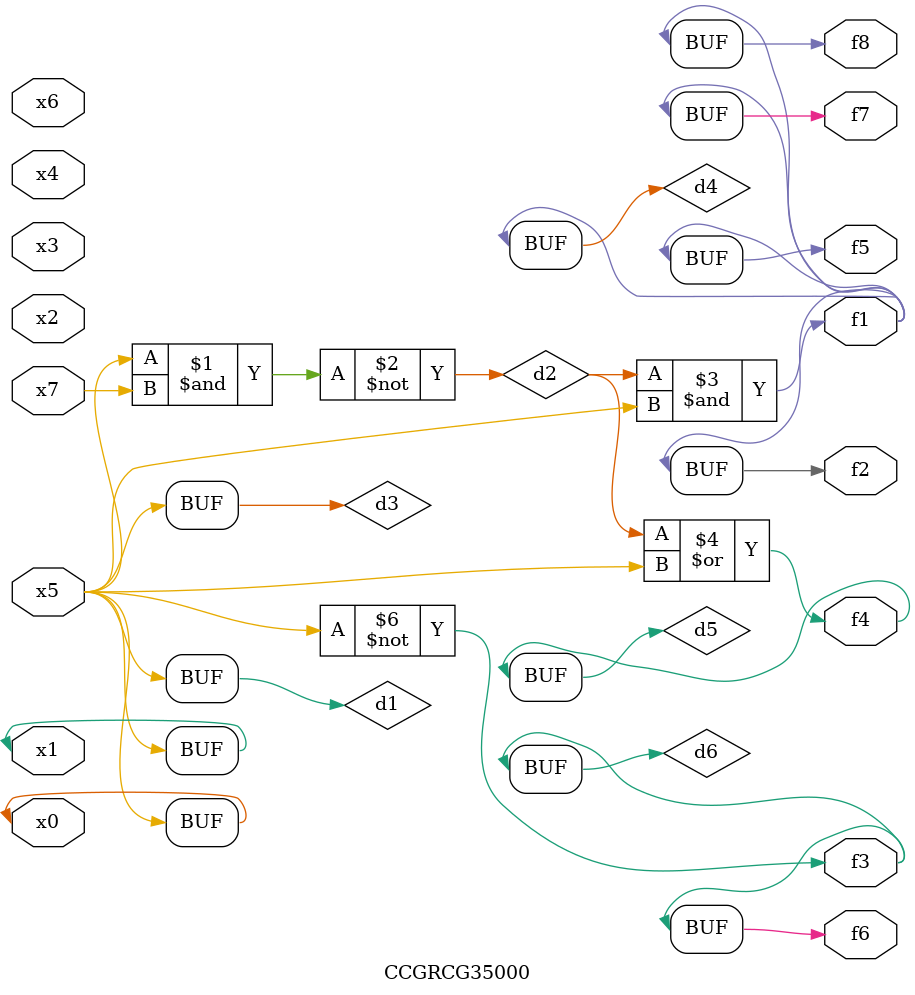
<source format=v>
module CCGRCG35000(
	input x0, x1, x2, x3, x4, x5, x6, x7,
	output f1, f2, f3, f4, f5, f6, f7, f8
);

	wire d1, d2, d3, d4, d5, d6;

	buf (d1, x0, x5);
	nand (d2, x5, x7);
	buf (d3, x0, x1);
	and (d4, d2, d3);
	or (d5, d2, d3);
	nor (d6, d1, d3);
	assign f1 = d4;
	assign f2 = d4;
	assign f3 = d6;
	assign f4 = d5;
	assign f5 = d4;
	assign f6 = d6;
	assign f7 = d4;
	assign f8 = d4;
endmodule

</source>
